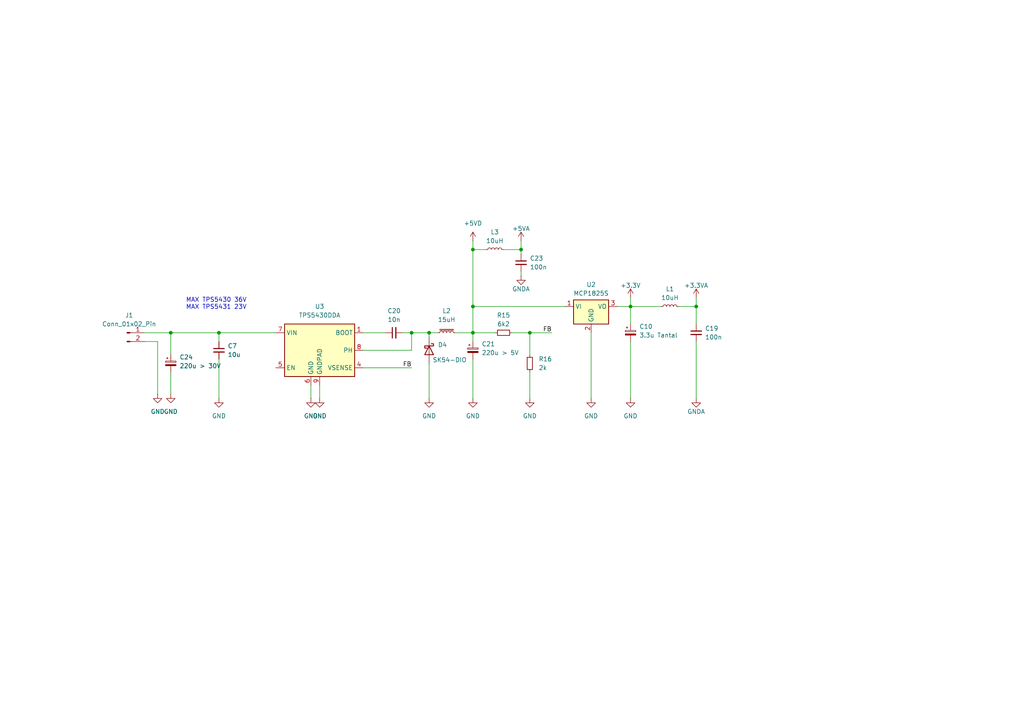
<source format=kicad_sch>
(kicad_sch (version 20231120) (generator "eeschema") (generator_version "8.0")
  (paper "A4")
  (lib_symbols
    (symbol "Connector:Conn_01x02_Pin" (pin_names (offset 1.016) hide)
      (property "Reference" "J" (at 0 2.54 0))
      (property "Value" "Conn_01x02_Pin" (at 0 -5.08 0))
      (symbol "Conn_01x02_Pin_1_1"
        (polyline (pts (xy 1.27 -2.54) (xy 0.8636 -2.54)) (stroke (width 0.1524)))
        (polyline (pts (xy 1.27 0) (xy 0.8636 0)) (stroke (width 0.1524)))
        (rectangle (start 0.8636 -2.413) (end 0 -2.667) (stroke (width 0.1524)) (fill (type outline)))
        (rectangle (start 0.8636 0.127) (end 0 -0.127) (stroke (width 0.1524)) (fill (type outline)))
        (pin passive line (at 5.08 0 180) (length 3.81) (name "Pin_1") (number "1"))
        (pin passive line (at 5.08 -2.54 180) (length 3.81) (name "Pin_2") (number "2"))
      )
    )
    (symbol "Device:C_Polarized_Small" (pin_numbers hide) (pin_names (offset 0.254) hide)
      (property "Reference" "C" (at 0.254 1.778 0))
      (property "Value" "C_Polarized_Small" (at 0.254 -2.032 0))
      (symbol "C_Polarized_Small_0_1"
        (rectangle (start -1.524 -0.3048) (end 1.524 -0.6858) (fill (type outline)))
        (rectangle (start -1.524 0.6858) (end 1.524 0.3048))
        (polyline (pts (xy -1.27 1.524) (xy -0.762 1.524)))
        (polyline (pts (xy -1.016 1.27) (xy -1.016 1.778)))
      )
      (symbol "C_Polarized_Small_1_1"
        (pin passive line (at 0 2.54 270) (length 1.8542) (name "~") (number "1"))
        (pin passive line (at 0 -2.54 90) (length 1.8542) (name "~") (number "2"))
      )
    )
    (symbol "Device:C_Small" (pin_numbers hide) (pin_names (offset 0.254) hide)
      (property "Reference" "C" (at 0.254 1.778 0))
      (property "Value" "C_Small" (at 0.254 -2.032 0))
      (symbol "C_Small_0_1"
        (polyline (pts (xy -1.524 -0.508) (xy 1.524 -0.508)) (stroke (width 0.3302)))
        (polyline (pts (xy -1.524 0.508) (xy 1.524 0.508)) (stroke (width 0.3048)))
      )
      (symbol "C_Small_1_1"
        (pin passive line (at 0 2.54 270) (length 2.032) (name "~") (number "1"))
        (pin passive line (at 0 -2.54 90) (length 2.032) (name "~") (number "2"))
      )
    )
    (symbol "Device:L_Iron_Small" (pin_numbers hide) (pin_names (offset 0.254) hide)
      (property "Reference" "L" (at 1.27 1.016 0))
      (property "Value" "L_Iron_Small" (at 1.27 -1.27 0))
      (symbol "L_Iron_Small_0_1"
        (arc (start 0 -2.032) (mid 0.5058 -1.524) (end 0 -1.016))
        (arc (start 0 -1.016) (mid 0.5058 -0.508) (end 0 0))
        (polyline (pts (xy 0.762 2.032) (xy 0.762 -2.032)))
        (polyline (pts (xy 1.016 -2.032) (xy 1.016 2.032)))
        (arc (start 0 0) (mid 0.5058 0.508) (end 0 1.016))
        (arc (start 0 1.016) (mid 0.5058 1.524) (end 0 2.032))
      )
      (symbol "L_Iron_Small_1_1"
        (pin passive line (at 0 2.54 270) (length 0.508) (name "~") (number "1"))
        (pin passive line (at 0 -2.54 90) (length 0.508) (name "~") (number "2"))
      )
    )
    (symbol "Device:L_Small" (pin_numbers hide) (pin_names (offset 0.254) hide)
      (property "Reference" "L" (at 0.762 1.016 0))
      (property "Value" "L_Small" (at 0.762 -1.016 0))
      (symbol "L_Small_0_1"
        (arc (start 0 -2.032) (mid 0.5058 -1.524) (end 0 -1.016))
        (arc (start 0 -1.016) (mid 0.5058 -0.508) (end 0 0))
        (arc (start 0 0) (mid 0.5058 0.508) (end 0 1.016))
        (arc (start 0 1.016) (mid 0.5058 1.524) (end 0 2.032))
      )
      (symbol "L_Small_1_1"
        (pin passive line (at 0 2.54 270) (length 0.508) (name "~") (number "1"))
        (pin passive line (at 0 -2.54 90) (length 0.508) (name "~") (number "2"))
      )
    )
    (symbol "Device:R_Small" (pin_numbers hide) (pin_names (offset 0.254) hide)
      (property "Reference" "R" (at 0.762 0.508 0))
      (property "Value" "R_Small" (at 0.762 -1.016 0))
      (symbol "R_Small_0_1"
        (rectangle (start -0.762 1.778) (end 0.762 -1.778) (stroke (width 0.2032)))
      )
      (symbol "R_Small_1_1"
        (pin passive line (at 0 2.54 270) (length 0.762) (name "~") (number "1"))
        (pin passive line (at 0 -2.54 90) (length 0.762) (name "~") (number "2"))
      )
    )
    (symbol "Diode:B340" (pin_numbers hide) (pin_names (offset 1.016) hide)
      (property "Reference" "D" (at 0 2.54 0))
      (property "Value" "B340" (at 0 -2.54 0))
      (symbol "B340_0_1"
        (polyline (pts (xy 1.27 0) (xy -1.27 0)))
        (polyline (pts (xy 1.27 1.27) (xy 1.27 -1.27) (xy -1.27 0) (xy 1.27 1.27)) (stroke (width 0.254)))
        (polyline (pts (xy -1.905 0.635) (xy -1.905 1.27) (xy -1.27 1.27) (xy -1.27 -1.27) (xy -0.635 -1.27) (xy -0.635 -0.635)) (stroke (width 0.254)))
      )
      (symbol "B340_1_1"
        (pin passive line (at -3.81 0 0) (length 2.54) (name "K") (number "1"))
        (pin passive line (at 3.81 0 180) (length 2.54) (name "A") (number "2"))
      )
    )
    (symbol "GND_1" (power) (pin_numbers hide) (pin_names (offset 0) hide)
      (property "Value" "GND" (at 0 -3.81 0))
      (symbol "GND_1_0_1"
        (polyline (pts (xy 0 0) (xy 0 -1.27) (xy 1.27 -1.27) (xy 0 -2.54) (xy -1.27 -1.27) (xy 0 -1.27)))
      )
      (symbol "GND_1_1_1"
        (pin power_in line (at 0 0 270) (length 0) (name "~") (number "1"))
      )
    )
    (symbol "Regulator_Linear:MCP1825S"
      (property "Reference" "U" (at -3.81 3.175 0))
      (property "Value" "MCP1825S" (at 0 3.175 0))
      (symbol "MCP1825S_0_1"
        (rectangle (start -5.08 1.905) (end 5.08 -5.08) (stroke (width 0.254)) (fill (type background)))
      )
      (symbol "MCP1825S_1_1"
        (pin power_in line (at -7.62 0 0) (length 2.54) (name "VI") (number "1"))
        (pin power_in line (at 0 -7.62 90) (length 2.54) (name "GND") (number "2"))
        (pin power_out line (at 7.62 0 180) (length 2.54) (name "VO") (number "3"))
      )
    )
    (symbol "Regulator_Switching:TPS5430DDA"
      (property "Reference" "U" (at -10.16 8.89 0))
      (property "Value" "TPS5430DDA" (at -1.27 8.89 0))
      (symbol "TPS5430DDA_0_1"
        (rectangle (start -10.16 7.62) (end 10.16 -7.62) (stroke (width 0.254)) (fill (type background)))
      )
      (symbol "TPS5430DDA_1_1"
        (pin input line (at 12.7 5.08 180) (length 2.54) (name "BOOT") (number "1"))
        (pin no_connect line (at -10.16 2.54 0) (length 2.54) hide (name "NC") (number "2"))
        (pin no_connect line (at -10.16 -2.54 0) (length 2.54) hide (name "NC") (number "3"))
        (pin input line (at 12.7 -5.08 180) (length 2.54) (name "VSENSE") (number "4"))
        (pin input line (at -12.7 -5.08 0) (length 2.54) (name "EN") (number "5"))
        (pin power_in line (at -2.54 -10.16 90) (length 2.54) (name "GND") (number "6"))
        (pin power_in line (at -12.7 5.08 0) (length 2.54) (name "VIN") (number "7"))
        (pin output line (at 12.7 0 180) (length 2.54) (name "PH") (number "8"))
        (pin power_in line (at 0 -10.16 90) (length 2.54) (name "GNDPAD") (number "9"))
      )
    )
    (symbol "power:+3.3V" (power) (pin_names (offset 0))
      (property "Value" "+3.3V" (at 0 3.556 0))
      (symbol "+3.3V_0_1"
        (polyline (pts (xy -0.762 1.27) (xy 0 2.54)))
        (polyline (pts (xy 0 0) (xy 0 2.54)))
        (polyline (pts (xy 0 2.54) (xy 0.762 1.27)))
      )
      (symbol "+3.3V_1_1"
        (pin power_in line (at 0 0 90) (length 0) hide (name "+3.3V") (number "1"))
      )
    )
    (symbol "power:+5VD" (power) (pin_numbers hide) (pin_names (offset 0) hide)
      (property "Value" "+5VD" (at 0 3.556 0))
      (symbol "+5VD_0_1"
        (polyline (pts (xy -0.762 1.27) (xy 0 2.54)))
        (polyline (pts (xy 0 0) (xy 0 2.54)))
        (polyline (pts (xy 0 2.54) (xy 0.762 1.27)))
      )
      (symbol "+5VD_1_1"
        (pin power_in line (at 0 0 90) (length 0) (name "~") (number "1"))
      )
    )
    (symbol "power:GNDA" (power) (pin_numbers hide) (pin_names (offset 0) hide)
      (property "Value" "GNDA" (at 0 -3.81 0))
      (symbol "GNDA_0_1"
        (polyline (pts (xy 0 0) (xy 0 -1.27) (xy 1.27 -1.27) (xy 0 -2.54) (xy -1.27 -1.27) (xy 0 -1.27)))
      )
      (symbol "GNDA_1_1"
        (pin power_in line (at 0 0 270) (length 0) (name "~") (number "1"))
      )
    )
  )
  (junction (at 137.16 72.39))
  (junction (at 201.93 88.9))
  (junction (at 63.5 96.52))
  (junction (at 153.67 96.52))
  (junction (at 137.16 96.52))
  (junction (at 49.53 96.52))
  (junction (at 124.46 96.52))
  (junction (at 137.16 88.9))
  (junction (at 151.13 72.39))
  (junction (at 119.38 96.52))
  (junction (at 182.88 88.9))
  (wire (pts (xy 119.38 96.52) (xy 124.46 96.52)))
  (wire (pts (xy 137.16 88.9) (xy 163.83 88.9)))
  (wire (pts (xy 92.71 111.76) (xy 92.71 115.57)))
  (wire (pts (xy 137.16 96.52) (xy 143.51 96.52)))
  (wire (pts (xy 201.93 88.9) (xy 201.93 93.98)))
  (wire (pts (xy 182.88 99.06) (xy 182.88 115.57)))
  (wire (pts (xy 63.5 104.14) (xy 63.5 115.57)))
  (wire (pts (xy 137.16 104.14) (xy 137.16 115.57)))
  (wire (pts (xy 105.41 96.52) (xy 111.76 96.52)))
  (wire (pts (xy 137.16 88.9) (xy 137.16 96.52)))
  (wire (pts (xy 49.53 96.52) (xy 49.53 102.87)))
  (wire (pts (xy 90.17 111.76) (xy 90.17 115.57)))
  (wire (pts (xy 201.93 99.06) (xy 201.93 115.57)))
  (wire (pts (xy 153.67 96.52) (xy 160.02 96.52)))
  (wire (pts (xy 137.16 69.85) (xy 137.16 72.39)))
  (wire (pts (xy 45.72 99.06) (xy 45.72 114.3)))
  (wire (pts (xy 105.41 101.6) (xy 119.38 101.6)))
  (wire (pts (xy 182.88 86.36) (xy 182.88 88.9)))
  (wire (pts (xy 182.88 88.9) (xy 182.88 93.98)))
  (wire (pts (xy 171.45 96.52) (xy 171.45 115.57)))
  (wire (pts (xy 201.93 86.36) (xy 201.93 88.9)))
  (wire (pts (xy 196.85 88.9) (xy 201.93 88.9)))
  (wire (pts (xy 151.13 73.66) (xy 151.13 72.39)))
  (wire (pts (xy 119.38 101.6) (xy 119.38 96.52)))
  (wire (pts (xy 146.05 72.39) (xy 151.13 72.39)))
  (wire (pts (xy 137.16 96.52) (xy 137.16 99.06)))
  (wire (pts (xy 105.41 106.68) (xy 119.38 106.68)))
  (wire (pts (xy 41.91 96.52) (xy 49.53 96.52)))
  (wire (pts (xy 124.46 105.41) (xy 124.46 115.57)))
  (wire (pts (xy 151.13 69.85) (xy 151.13 72.39)))
  (wire (pts (xy 182.88 88.9) (xy 191.77 88.9)))
  (wire (pts (xy 179.07 88.9) (xy 182.88 88.9)))
  (wire (pts (xy 153.67 96.52) (xy 148.59 96.52)))
  (wire (pts (xy 137.16 72.39) (xy 140.97 72.39)))
  (wire (pts (xy 41.91 99.06) (xy 45.72 99.06)))
  (wire (pts (xy 124.46 96.52) (xy 127 96.52)))
  (wire (pts (xy 151.13 78.74) (xy 151.13 80.01)))
  (wire (pts (xy 153.67 102.87) (xy 153.67 96.52)))
  (wire (pts (xy 132.08 96.52) (xy 137.16 96.52)))
  (wire (pts (xy 116.84 96.52) (xy 119.38 96.52)))
  (wire (pts (xy 137.16 72.39) (xy 137.16 88.9)))
  (wire (pts (xy 49.53 96.52) (xy 63.5 96.52)))
  (wire (pts (xy 63.5 96.52) (xy 80.01 96.52)))
  (wire (pts (xy 63.5 99.06) (xy 63.5 96.52)))
  (wire (pts (xy 49.53 107.95) (xy 49.53 114.3)))
  (wire (pts (xy 153.67 107.95) (xy 153.67 115.57)))
  (wire (pts (xy 124.46 96.52) (xy 124.46 97.79)))
  (text "MAX TPS5430 36V\nMAX TPS5431 23V" (at 62.738 88.138 0) (effects (font (size 1.27 1.27))))
  (label "FB" (at 160.02 96.52 180))
  (label "FB" (at 119.38 106.68 180))
  (symbol (lib_id "power:+3.3V") (at 182.88 86.36 0) (unit 1)
    (property "Reference" "#PWR020" (effects (hide yes)))
    (property "Value" "+3.3V" (at 182.88 82.804 0))
  )
  (symbol (lib_name "GND_1") (lib_id "power:GND") (at 171.45 115.57 0) (unit 1)
    (property "Reference" "#PWR019" (effects (hide yes)))
    (property "Value" "GND" (at 171.45 120.65 0))
    (property "Description" "Power symbol creates a global label with name \"GND\" , ground" (effects (hide yes)))
  )
  (symbol (lib_id "Device:C_Polarized_Small") (at 182.88 96.52 0) (unit 1)
    (property "Reference" "C10" (at 185.42 94.7038 0) (effects (justify left)))
    (property "Value" "3.3u Tantal" (at 185.42 97.2438 0) (effects (justify left)))
    (property "Footprint" "Capacitor_Tantalum_SMD:CP_EIA-3216-18_Kemet-A" (effects (hide yes)))
    (property "Description" "Polarized capacitor, small symbol" (effects (hide yes)))
  )
  (symbol (lib_id "Device:C_Small") (at 201.93 96.52 0) (unit 1)
    (property "Reference" "C19" (at 204.47 95.2562 0) (effects (justify left)))
    (property "Value" "100n" (at 204.47 97.7962 0) (effects (justify left)))
    (property "Footprint" "Capacitor_SMD:C_1206_3216Metric" (effects (hide yes)))
    (property "Description" "Unpolarized capacitor, small symbol" (effects (hide yes)))
  )
  (symbol (lib_id "power:+5VD") (at 137.16 69.85 0) (unit 1)
    (property "Reference" "#PWR013" (effects (hide yes)))
    (property "Value" "+5VD" (at 137.16 64.77 0))
    (property "Description" "Power symbol creates a global label with name \"+5VD\"" (effects (hide yes)))
  )
  (symbol (lib_id "Connector:Conn_01x02_Pin") (at 36.83 96.52 0) (unit 1)
    (property "Reference" "J1" (at 37.465 91.44 0))
    (property "Value" "Conn_01x02_Pin" (at 37.465 93.98 0))
    (property "Footprint" "Connector_PinHeader_2.54mm:PinHeader_2x01_P2.54mm_Vertical" (effects (hide yes)))
    (property "Description" "Generic connector, single row, 01x02, script generated" (effects (hide yes)))
  )
  (symbol (lib_name "GND_1") (lib_id "power:GND") (at 49.53 114.3 0) (unit 1)
    (property "Reference" "#PWR070" (effects (hide yes)))
    (property "Value" "GND" (at 49.53 119.38 0))
    (property "Description" "Power symbol creates a global label with name \"GND\" , ground" (effects (hide yes)))
  )
  (symbol (lib_id "power:GNDA") (at 201.93 115.57 0) (unit 1)
    (property "Reference" "#PWR058" (effects (hide yes)))
    (property "Value" "GNDA" (at 201.93 119.38 0))
    (property "Description" "Power symbol creates a global label with name \"GNDA\" , analog ground" (effects (hide yes)))
  )
  (symbol (lib_name "GND_1") (lib_id "power:GND") (at 63.5 115.57 0) (unit 1)
    (property "Reference" "#PWR016" (effects (hide yes)))
    (property "Value" "GND" (at 63.5 120.65 0))
    (property "Description" "Power symbol creates a global label with name \"GND\" , ground" (effects (hide yes)))
  )
  (symbol (lib_id "Device:R_Small") (at 146.05 96.52 90) (unit 1)
    (property "Reference" "R15" (at 146.05 91.44 90))
    (property "Value" "6k2" (at 146.05 93.98 90))
    (property "Footprint" "Resistor_SMD:R_1206_3216Metric" (effects (hide yes)))
    (property "Description" "Resistor, small symbol" (effects (hide yes)))
  )
  (symbol (lib_name "GND_1") (lib_id "power:GND") (at 45.72 114.3 0) (unit 1)
    (property "Reference" "#PWR014" (effects (hide yes)))
    (property "Value" "GND" (at 45.72 119.38 0))
    (property "Description" "Power symbol creates a global label with name \"GND\" , ground" (effects (hide yes)))
  )
  (symbol (lib_id "Device:L_Small") (at 194.31 88.9 90) (unit 1)
    (property "Reference" "L1" (at 194.31 83.82 90))
    (property "Value" "10uH" (at 194.31 86.36 90))
    (property "Footprint" "Inductor_SMD:L_2512_6332Metric" (effects (hide yes)))
    (property "Description" "Inductor, small symbol" (effects (hide yes)))
  )
  (symbol (lib_id "power:+3.3V") (at 201.93 86.36 0) (unit 1)
    (property "Reference" "#PWR023" (effects (hide yes)))
    (property "Value" "+3.3VA" (at 201.93 82.804 0))
  )
  (symbol (lib_id "Regulator_Linear:MCP1825S") (at 171.45 88.9 0) (unit 1)
    (property "Reference" "U2" (at 171.45 82.55 0))
    (property "Value" "MCP1825S" (at 171.45 85.09 0))
    (property "Footprint" "Package_TO_SOT_SMD:SOT-223-3_TabPin2" (effects (hide yes)))
    (property "Datasheet" "http://ww1.microchip.com/downloads/en/devicedoc/22056b.pdf" (effects (hide yes)))
    (property "Description" "500mA, Low-Voltage, Low Quiescent Current LDO Regulator, SOT-223, TO-220, TO-263" (effects (hide yes)))
  )
  (symbol (lib_id "Device:L_Iron_Small") (at 129.54 96.52 90) (unit 1)
    (property "Reference" "L2" (at 129.54 90.17 90))
    (property "Value" "15uH" (at 129.54 92.71 90))
    (property "Footprint" "Inductor_SMD:L_2512_6332Metric" (effects (hide yes)))
    (property "Description" "Inductor with iron core, small symbol" (effects (hide yes)))
  )
  (symbol (lib_name "GND_1") (lib_id "power:GND") (at 182.88 115.57 0) (unit 1)
    (property "Reference" "#PWR021" (effects (hide yes)))
    (property "Value" "GND" (at 182.88 120.65 0))
    (property "Description" "Power symbol creates a global label with name \"GND\" , ground" (effects (hide yes)))
  )
  (symbol (lib_id "Device:C_Small") (at 63.5 101.6 0) (unit 1)
    (property "Reference" "C7" (at 66.04 100.3362 0) (effects (justify left)))
    (property "Value" "10u" (at 66.04 102.8762 0) (effects (justify left)))
    (property "Footprint" "Capacitor_SMD:C_1206_3216Metric" (effects (hide yes)))
    (property "Description" "Unpolarized capacitor, small symbol" (effects (hide yes)))
  )
  (symbol (lib_id "power:+3.3V") (at 151.13 69.85 0) (unit 1)
    (property "Reference" "#PWR068" (effects (hide yes)))
    (property "Value" "+5VA" (at 151.13 66.294 0))
  )
  (symbol (lib_id "Device:R_Small") (at 153.67 105.41 0) (unit 1)
    (property "Reference" "R16" (at 156.21 104.1399 0) (effects (justify left)))
    (property "Value" "2k" (at 156.21 106.6799 0) (effects (justify left)))
    (property "Footprint" "Resistor_SMD:R_1206_3216Metric" (effects (hide yes)))
    (property "Description" "Resistor, small symbol" (effects (hide yes)))
  )
  (symbol (lib_id "Device:C_Small") (at 114.3 96.52 90) (unit 1)
    (property "Reference" "C20" (at 114.3063 90.17 90))
    (property "Value" "10n" (at 114.3063 92.71 90))
    (property "Footprint" "Capacitor_SMD:C_1206_3216Metric" (effects (hide yes)))
    (property "Description" "Unpolarized capacitor, small symbol" (effects (hide yes)))
  )
  (symbol (lib_id "power:GNDA") (at 151.13 80.01 0) (unit 1)
    (property "Reference" "#PWR069" (effects (hide yes)))
    (property "Value" "GNDA" (at 151.13 83.82 0))
    (property "Description" "Power symbol creates a global label with name \"GNDA\" , analog ground" (effects (hide yes)))
  )
  (symbol (lib_name "GND_1") (lib_id "power:GND") (at 92.71 115.57 0) (unit 1)
    (property "Reference" "#PWR061" (effects (hide yes)))
    (property "Value" "GND" (at 92.71 120.65 0))
    (property "Description" "Power symbol creates a global label with name \"GND\" , ground" (effects (hide yes)))
  )
  (symbol (lib_name "GND_1") (lib_id "power:GND") (at 124.46 115.57 0) (unit 1)
    (property "Reference" "#PWR062" (effects (hide yes)))
    (property "Value" "GND" (at 124.46 120.65 0))
    (property "Description" "Power symbol creates a global label with name \"GND\" , ground" (effects (hide yes)))
  )
  (symbol (lib_id "Device:C_Polarized_Small") (at 49.53 105.41 0) (unit 1)
    (property "Reference" "C24" (at 52.07 103.5938 0) (effects (justify left)))
    (property "Value" "220u > 30V" (at 52.07 106.1338 0) (effects (justify left)))
    (property "Footprint" "Capacitor_SMD:CP_Elec_8x10.5" (effects (hide yes)))
    (property "Description" "Polarized capacitor, small symbol" (effects (hide yes)))
  )
  (symbol (lib_name "GND_1") (lib_id "power:GND") (at 90.17 115.57 0) (unit 1)
    (property "Reference" "#PWR060" (effects (hide yes)))
    (property "Value" "GND" (at 90.17 120.65 0))
    (property "Description" "Power symbol creates a global label with name \"GND\" , ground" (effects (hide yes)))
  )
  (symbol (lib_id "Diode:B340") (at 124.46 101.6 270) (unit 1)
    (property "Reference" "D4" (at 127 100.0124 90) (effects (justify left)))
    (property "Value" "SK54-DIO" (at 125.476 104.394 90) (effects (justify left)))
    (property "Footprint" "Diode_SMD:D_SMA" (effects (hide yes)))
    (property "Datasheet" "http://www.jameco.com/Jameco/Products/ProdDS/1538777.pdf" (effects (hide yes)))
    (property "Description" "40V 3A Schottky Barrier Rectifier Diode, SMC" (effects (hide yes)))
  )
  (symbol (lib_id "Device:L_Small") (at 143.51 72.39 90) (unit 1)
    (property "Reference" "L3" (at 143.51 67.31 90))
    (property "Value" "10uH" (at 143.51 69.85 90))
    (property "Footprint" "Inductor_SMD:L_2512_6332Metric" (effects (hide yes)))
    (property "Description" "Inductor, small symbol" (effects (hide yes)))
  )
  (symbol (lib_name "GND_1") (lib_id "power:GND") (at 153.67 115.57 0) (unit 1)
    (property "Reference" "#PWR064" (effects (hide yes)))
    (property "Value" "GND" (at 153.67 120.65 0))
    (property "Description" "Power symbol creates a global label with name \"GND\" , ground" (effects (hide yes)))
  )
  (symbol (lib_id "Device:C_Polarized_Small") (at 137.16 101.6 0) (unit 1)
    (property "Reference" "C21" (at 139.7 99.7838 0) (effects (justify left)))
    (property "Value" "220u > 5V" (at 139.7 102.3238 0) (effects (justify left)))
    (property "Footprint" "Capacitor_SMD:CP_Elec_8x10.5" (effects (hide yes)))
    (property "Description" "Polarized capacitor, small symbol" (effects (hide yes)))
  )
  (symbol (lib_id "Device:C_Small") (at 151.13 76.2 0) (unit 1)
    (property "Reference" "C23" (at 153.67 74.9362 0) (effects (justify left)))
    (property "Value" "100n" (at 153.67 77.4762 0) (effects (justify left)))
    (property "Footprint" "Capacitor_SMD:C_1206_3216Metric" (effects (hide yes)))
    (property "Description" "Unpolarized capacitor, small symbol" (effects (hide yes)))
  )
  (symbol (lib_name "GND_1") (lib_id "power:GND") (at 137.16 115.57 0) (unit 1)
    (property "Reference" "#PWR063" (effects (hide yes)))
    (property "Value" "GND" (at 137.16 120.65 0))
    (property "Description" "Power symbol creates a global label with name \"GND\" , ground" (effects (hide yes)))
  )
  (symbol (lib_id "Regulator_Switching:TPS5430DDA") (at 92.71 101.6 0) (unit 1)
    (property "Reference" "U3" (at 92.71 88.9 0))
    (property "Value" "TPS5430DDA" (at 92.71 91.44 0))
    (property "Footprint" "Package_SO:TI_SO-PowerPAD-8_ThermalVias" (effects (hide yes)))
    (property "Datasheet" "http://www.ti.com/lit/ds/symlink/tps5430.pdf" (effects (hide yes)))
    (property "Description" "3A, Step Down Swift Converter, Adjustable Output Voltage, 5.5-36V Input Voltage, PowerSO-8" (effects (hide yes)))
  )
)
</source>
